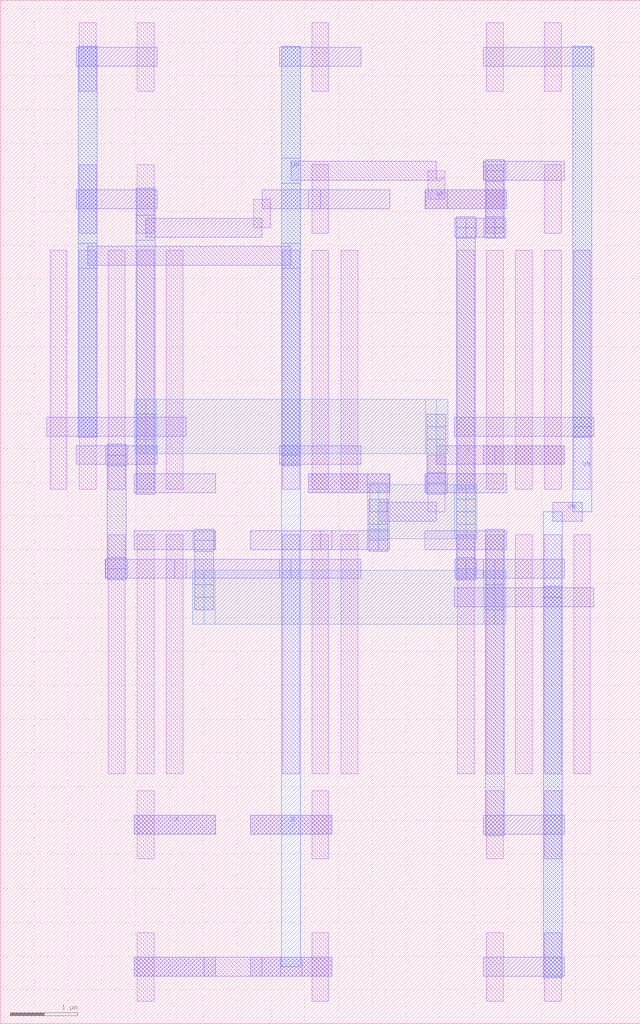
<source format=lef>
MACRO MY_OPAMP
  ORIGIN 0 0 ;
  FOREIGN MY_OPAMP 0 0 ;
  SIZE 9.46 BY 15.12 ;
  PIN Y
    DIRECTION INOUT ;
    USE SIGNAL ;
    PORT 
      LAYER M2 ;
        RECT 4.56 7.84 5.76 8.12 ;
      LAYER M2 ;
        RECT 7.14 8.26 8.34 8.54 ;
      LAYER M2 ;
        RECT 5.43 7.84 5.75 8.12 ;
      LAYER M1 ;
        RECT 5.465 7.56 5.715 7.98 ;
      LAYER M2 ;
        RECT 5.59 7.42 6.45 7.7 ;
      LAYER M1 ;
        RECT 6.325 7.56 6.575 8.4 ;
      LAYER M2 ;
        RECT 6.45 8.26 7.31 8.54 ;
    END
  END Y
  PIN VP
    DIRECTION INOUT ;
    USE SIGNAL ;
    PORT 
      LAYER M2 ;
        RECT 1.98 0.7 3.18 0.98 ;
      LAYER M2 ;
        RECT 3.7 0.7 4.9 0.98 ;
      LAYER M3 ;
        RECT 1.15 8.66 1.43 14.44 ;
      LAYER M3 ;
        RECT 4.16 8.24 4.44 14.44 ;
      LAYER M3 ;
        RECT 1.15 11.155 1.43 11.525 ;
      LAYER M2 ;
        RECT 1.29 11.2 4.3 11.48 ;
      LAYER M3 ;
        RECT 4.16 11.155 4.44 11.525 ;
      LAYER M2 ;
        RECT 6.28 12.04 7.48 12.32 ;
      LAYER M2 ;
        RECT 3.01 0.7 3.87 0.98 ;
      LAYER M2 ;
        RECT 4.14 0.7 4.46 0.98 ;
      LAYER M3 ;
        RECT 4.16 0.84 4.44 8.4 ;
      LAYER M3 ;
        RECT 4.16 12.415 4.44 12.785 ;
      LAYER M2 ;
        RECT 4.3 12.46 6.45 12.74 ;
      LAYER M1 ;
        RECT 6.325 12.18 6.575 12.6 ;
      LAYER M2 ;
        RECT 6.29 12.04 6.61 12.32 ;
    END
  END VP
  PIN VN
    DIRECTION INOUT ;
    USE SIGNAL ;
    PORT 
      LAYER M3 ;
        RECT 8.03 0.68 8.31 6.46 ;
      LAYER M3 ;
        RECT 8.46 8.66 8.74 14.44 ;
      LAYER M3 ;
        RECT 8.03 6.3 8.31 7.56 ;
      LAYER M2 ;
        RECT 8.17 7.42 8.6 7.7 ;
      LAYER M3 ;
        RECT 8.46 7.56 8.74 8.82 ;
    END
  END VN
  PIN A
    DIRECTION INOUT ;
    USE SIGNAL ;
    PORT 
      LAYER M2 ;
        RECT 1.98 2.8 3.18 3.08 ;
    END
  END A
  PIN B
    DIRECTION INOUT ;
    USE SIGNAL ;
    PORT 
      LAYER M2 ;
        RECT 3.7 2.8 4.9 3.08 ;
    END
  END B
  OBS 
  LAYER M3 ;
        RECT 2.01 7.82 2.29 12.34 ;
  LAYER M2 ;
        RECT 4.56 12.04 5.76 12.32 ;
  LAYER M3 ;
        RECT 2.01 11.575 2.29 11.945 ;
  LAYER M2 ;
        RECT 2.15 11.62 3.87 11.9 ;
  LAYER M1 ;
        RECT 3.745 11.76 3.995 12.18 ;
  LAYER M2 ;
        RECT 3.87 12.04 4.73 12.32 ;
  LAYER M2 ;
        RECT 6.28 7.84 7.48 8.12 ;
  LAYER M3 ;
        RECT 2.01 8.635 2.29 9.005 ;
  LAYER M4 ;
        RECT 2.15 8.42 6.45 9.22 ;
  LAYER M3 ;
        RECT 6.31 7.98 6.59 8.82 ;
  LAYER M2 ;
        RECT 6.29 7.84 6.61 8.12 ;
  LAYER M2 ;
        RECT 6.29 7.84 6.61 8.12 ;
  LAYER M3 ;
        RECT 6.31 7.82 6.59 8.14 ;
  LAYER M3 ;
        RECT 2.01 8.635 2.29 9.005 ;
  LAYER M4 ;
        RECT 1.985 8.42 2.315 9.22 ;
  LAYER M3 ;
        RECT 6.31 8.635 6.59 9.005 ;
  LAYER M4 ;
        RECT 6.285 8.42 6.615 9.22 ;
  LAYER M2 ;
        RECT 6.29 7.84 6.61 8.12 ;
  LAYER M3 ;
        RECT 6.31 7.82 6.59 8.14 ;
  LAYER M3 ;
        RECT 2.01 8.635 2.29 9.005 ;
  LAYER M4 ;
        RECT 1.985 8.42 2.315 9.22 ;
  LAYER M3 ;
        RECT 6.31 8.635 6.59 9.005 ;
  LAYER M4 ;
        RECT 6.285 8.42 6.615 9.22 ;
  LAYER M2 ;
        RECT 1.55 6.58 2.75 6.86 ;
  LAYER M2 ;
        RECT 1.12 8.26 2.32 8.54 ;
  LAYER M2 ;
        RECT 4.13 6.58 5.33 6.86 ;
  LAYER M2 ;
        RECT 1.56 6.58 1.88 6.86 ;
  LAYER M3 ;
        RECT 1.58 6.72 1.86 8.4 ;
  LAYER M2 ;
        RECT 1.56 8.26 1.88 8.54 ;
  LAYER M2 ;
        RECT 2.58 6.58 4.3 6.86 ;
  LAYER M2 ;
        RECT 1.56 6.58 1.88 6.86 ;
  LAYER M3 ;
        RECT 1.58 6.56 1.86 6.88 ;
  LAYER M2 ;
        RECT 1.56 8.26 1.88 8.54 ;
  LAYER M3 ;
        RECT 1.58 8.24 1.86 8.56 ;
  LAYER M2 ;
        RECT 1.56 6.58 1.88 6.86 ;
  LAYER M3 ;
        RECT 1.58 6.56 1.86 6.88 ;
  LAYER M2 ;
        RECT 1.56 8.26 1.88 8.54 ;
  LAYER M3 ;
        RECT 1.58 8.24 1.86 8.56 ;
  LAYER M2 ;
        RECT 1.56 6.58 1.88 6.86 ;
  LAYER M3 ;
        RECT 1.58 6.56 1.86 6.88 ;
  LAYER M2 ;
        RECT 1.56 8.26 1.88 8.54 ;
  LAYER M3 ;
        RECT 1.58 8.24 1.86 8.56 ;
  LAYER M2 ;
        RECT 1.56 6.58 1.88 6.86 ;
  LAYER M3 ;
        RECT 1.58 6.56 1.86 6.88 ;
  LAYER M2 ;
        RECT 1.56 8.26 1.88 8.54 ;
  LAYER M3 ;
        RECT 1.58 8.24 1.86 8.56 ;
  LAYER M2 ;
        RECT 1.98 7 3.18 7.28 ;
  LAYER M3 ;
        RECT 7.17 2.78 7.45 7.3 ;
  LAYER M2 ;
        RECT 2.85 7 3.17 7.28 ;
  LAYER M3 ;
        RECT 2.87 6.3 3.15 7.14 ;
  LAYER M4 ;
        RECT 3.01 5.9 7.31 6.7 ;
  LAYER M3 ;
        RECT 7.17 6.115 7.45 6.485 ;
  LAYER M2 ;
        RECT 2.85 7 3.17 7.28 ;
  LAYER M3 ;
        RECT 2.87 6.98 3.15 7.3 ;
  LAYER M3 ;
        RECT 2.87 6.115 3.15 6.485 ;
  LAYER M4 ;
        RECT 2.845 5.9 3.175 6.7 ;
  LAYER M3 ;
        RECT 7.17 6.115 7.45 6.485 ;
  LAYER M4 ;
        RECT 7.145 5.9 7.475 6.7 ;
  LAYER M2 ;
        RECT 2.85 7 3.17 7.28 ;
  LAYER M3 ;
        RECT 2.87 6.98 3.15 7.3 ;
  LAYER M3 ;
        RECT 2.87 6.115 3.15 6.485 ;
  LAYER M4 ;
        RECT 2.845 5.9 3.175 6.7 ;
  LAYER M3 ;
        RECT 7.17 6.115 7.45 6.485 ;
  LAYER M4 ;
        RECT 7.145 5.9 7.475 6.7 ;
  LAYER M2 ;
        RECT 3.7 7 4.9 7.28 ;
  LAYER M2 ;
        RECT 7.14 6.58 8.34 6.86 ;
  LAYER M2 ;
        RECT 7.14 12.46 8.34 12.74 ;
  LAYER M2 ;
        RECT 4.73 7 5.59 7.28 ;
  LAYER M3 ;
        RECT 5.45 7.14 5.73 7.56 ;
  LAYER M4 ;
        RECT 5.59 7.16 6.88 7.96 ;
  LAYER M3 ;
        RECT 6.74 6.72 7.02 7.56 ;
  LAYER M2 ;
        RECT 6.88 6.58 7.31 6.86 ;
  LAYER M3 ;
        RECT 6.74 7.56 7.02 11.76 ;
  LAYER M2 ;
        RECT 6.88 11.62 7.31 11.9 ;
  LAYER M3 ;
        RECT 7.17 11.76 7.45 12.6 ;
  LAYER M2 ;
        RECT 7.15 12.46 7.47 12.74 ;
  LAYER M2 ;
        RECT 5.43 7 5.75 7.28 ;
  LAYER M3 ;
        RECT 5.45 6.98 5.73 7.3 ;
  LAYER M2 ;
        RECT 6.72 6.58 7.04 6.86 ;
  LAYER M3 ;
        RECT 6.74 6.56 7.02 6.88 ;
  LAYER M3 ;
        RECT 5.45 7.375 5.73 7.745 ;
  LAYER M4 ;
        RECT 5.425 7.16 5.755 7.96 ;
  LAYER M3 ;
        RECT 6.74 7.375 7.02 7.745 ;
  LAYER M4 ;
        RECT 6.715 7.16 7.045 7.96 ;
  LAYER M2 ;
        RECT 5.43 7 5.75 7.28 ;
  LAYER M3 ;
        RECT 5.45 6.98 5.73 7.3 ;
  LAYER M2 ;
        RECT 6.72 6.58 7.04 6.86 ;
  LAYER M3 ;
        RECT 6.74 6.56 7.02 6.88 ;
  LAYER M3 ;
        RECT 5.45 7.375 5.73 7.745 ;
  LAYER M4 ;
        RECT 5.425 7.16 5.755 7.96 ;
  LAYER M3 ;
        RECT 6.74 7.375 7.02 7.745 ;
  LAYER M4 ;
        RECT 6.715 7.16 7.045 7.96 ;
  LAYER M2 ;
        RECT 5.43 7 5.75 7.28 ;
  LAYER M3 ;
        RECT 5.45 6.98 5.73 7.3 ;
  LAYER M2 ;
        RECT 6.72 6.58 7.04 6.86 ;
  LAYER M3 ;
        RECT 6.74 6.56 7.02 6.88 ;
  LAYER M2 ;
        RECT 6.72 11.62 7.04 11.9 ;
  LAYER M3 ;
        RECT 6.74 11.6 7.02 11.92 ;
  LAYER M2 ;
        RECT 7.15 11.62 7.47 11.9 ;
  LAYER M3 ;
        RECT 7.17 11.6 7.45 11.92 ;
  LAYER M2 ;
        RECT 7.15 12.46 7.47 12.74 ;
  LAYER M3 ;
        RECT 7.17 12.44 7.45 12.76 ;
  LAYER M3 ;
        RECT 5.45 7.375 5.73 7.745 ;
  LAYER M4 ;
        RECT 5.425 7.16 5.755 7.96 ;
  LAYER M3 ;
        RECT 6.74 7.375 7.02 7.745 ;
  LAYER M4 ;
        RECT 6.715 7.16 7.045 7.96 ;
  LAYER M2 ;
        RECT 5.43 7 5.75 7.28 ;
  LAYER M3 ;
        RECT 5.45 6.98 5.73 7.3 ;
  LAYER M2 ;
        RECT 6.72 6.58 7.04 6.86 ;
  LAYER M3 ;
        RECT 6.74 6.56 7.02 6.88 ;
  LAYER M2 ;
        RECT 6.72 11.62 7.04 11.9 ;
  LAYER M3 ;
        RECT 6.74 11.6 7.02 11.92 ;
  LAYER M2 ;
        RECT 7.15 11.62 7.47 11.9 ;
  LAYER M3 ;
        RECT 7.17 11.6 7.45 11.92 ;
  LAYER M2 ;
        RECT 7.15 12.46 7.47 12.74 ;
  LAYER M3 ;
        RECT 7.17 12.44 7.45 12.76 ;
  LAYER M3 ;
        RECT 5.45 7.375 5.73 7.745 ;
  LAYER M4 ;
        RECT 5.425 7.16 5.755 7.96 ;
  LAYER M3 ;
        RECT 6.74 7.375 7.02 7.745 ;
  LAYER M4 ;
        RECT 6.715 7.16 7.045 7.96 ;
  LAYER M1 ;
        RECT 2.025 7.895 2.275 11.425 ;
  LAYER M1 ;
        RECT 2.025 11.675 2.275 12.685 ;
  LAYER M1 ;
        RECT 2.025 13.775 2.275 14.785 ;
  LAYER M1 ;
        RECT 2.455 7.895 2.705 11.425 ;
  LAYER M1 ;
        RECT 1.595 7.895 1.845 11.425 ;
  LAYER M1 ;
        RECT 1.165 7.895 1.415 11.425 ;
  LAYER M1 ;
        RECT 1.165 11.675 1.415 12.685 ;
  LAYER M1 ;
        RECT 1.165 13.775 1.415 14.785 ;
  LAYER M1 ;
        RECT 0.735 7.895 0.985 11.425 ;
  LAYER M2 ;
        RECT 1.98 7.84 3.18 8.12 ;
  LAYER M2 ;
        RECT 1.12 12.04 2.32 12.32 ;
  LAYER M2 ;
        RECT 1.12 14.14 2.32 14.42 ;
  LAYER M2 ;
        RECT 0.69 8.68 2.75 8.96 ;
  LAYER M3 ;
        RECT 2.01 7.82 2.29 12.34 ;
  LAYER M2 ;
        RECT 1.12 8.26 2.32 8.54 ;
  LAYER M3 ;
        RECT 1.15 8.66 1.43 14.44 ;
  LAYER M1 ;
        RECT 4.605 7.895 4.855 11.425 ;
  LAYER M1 ;
        RECT 4.605 11.675 4.855 12.685 ;
  LAYER M1 ;
        RECT 4.605 13.775 4.855 14.785 ;
  LAYER M1 ;
        RECT 5.035 7.895 5.285 11.425 ;
  LAYER M1 ;
        RECT 4.175 7.895 4.425 11.425 ;
  LAYER M2 ;
        RECT 4.13 14.14 5.33 14.42 ;
  LAYER M2 ;
        RECT 4.13 8.26 5.33 8.54 ;
  LAYER M2 ;
        RECT 4.56 7.84 5.76 8.12 ;
  LAYER M2 ;
        RECT 4.56 12.04 5.76 12.32 ;
  LAYER M3 ;
        RECT 4.16 8.24 4.44 14.44 ;
  LAYER M1 ;
        RECT 7.185 3.695 7.435 7.225 ;
  LAYER M1 ;
        RECT 7.185 2.435 7.435 3.445 ;
  LAYER M1 ;
        RECT 7.185 0.335 7.435 1.345 ;
  LAYER M1 ;
        RECT 6.755 3.695 7.005 7.225 ;
  LAYER M1 ;
        RECT 7.615 3.695 7.865 7.225 ;
  LAYER M1 ;
        RECT 8.045 3.695 8.295 7.225 ;
  LAYER M1 ;
        RECT 8.045 2.435 8.295 3.445 ;
  LAYER M1 ;
        RECT 8.045 0.335 8.295 1.345 ;
  LAYER M1 ;
        RECT 8.475 3.695 8.725 7.225 ;
  LAYER M2 ;
        RECT 6.28 7 7.48 7.28 ;
  LAYER M2 ;
        RECT 7.14 2.8 8.34 3.08 ;
  LAYER M2 ;
        RECT 7.14 0.7 8.34 0.98 ;
  LAYER M2 ;
        RECT 6.71 6.16 8.77 6.44 ;
  LAYER M3 ;
        RECT 7.17 2.78 7.45 7.3 ;
  LAYER M2 ;
        RECT 7.14 6.58 8.34 6.86 ;
  LAYER M3 ;
        RECT 8.03 0.68 8.31 6.46 ;
  LAYER M1 ;
        RECT 7.185 7.895 7.435 11.425 ;
  LAYER M1 ;
        RECT 7.185 11.675 7.435 12.685 ;
  LAYER M1 ;
        RECT 7.185 13.775 7.435 14.785 ;
  LAYER M1 ;
        RECT 6.755 7.895 7.005 11.425 ;
  LAYER M1 ;
        RECT 7.615 7.895 7.865 11.425 ;
  LAYER M1 ;
        RECT 8.045 7.895 8.295 11.425 ;
  LAYER M1 ;
        RECT 8.045 11.675 8.295 12.685 ;
  LAYER M1 ;
        RECT 8.045 13.775 8.295 14.785 ;
  LAYER M1 ;
        RECT 8.475 7.895 8.725 11.425 ;
  LAYER M2 ;
        RECT 7.14 14.14 8.77 14.42 ;
  LAYER M2 ;
        RECT 6.71 8.68 8.77 8.96 ;
  LAYER M2 ;
        RECT 6.28 7.84 7.48 8.12 ;
  LAYER M2 ;
        RECT 7.14 8.26 8.34 8.54 ;
  LAYER M2 ;
        RECT 6.28 12.04 7.48 12.32 ;
  LAYER M2 ;
        RECT 7.14 12.46 8.34 12.74 ;
  LAYER M3 ;
        RECT 8.46 8.66 8.74 14.44 ;
  LAYER M1 ;
        RECT 2.025 3.695 2.275 7.225 ;
  LAYER M1 ;
        RECT 2.025 2.435 2.275 3.445 ;
  LAYER M1 ;
        RECT 2.025 0.335 2.275 1.345 ;
  LAYER M1 ;
        RECT 2.455 3.695 2.705 7.225 ;
  LAYER M1 ;
        RECT 1.595 3.695 1.845 7.225 ;
  LAYER M2 ;
        RECT 1.98 0.7 3.18 0.98 ;
  LAYER M2 ;
        RECT 1.98 7 3.18 7.28 ;
  LAYER M2 ;
        RECT 1.98 2.8 3.18 3.08 ;
  LAYER M2 ;
        RECT 1.55 6.58 2.75 6.86 ;
  LAYER M1 ;
        RECT 4.605 3.695 4.855 7.225 ;
  LAYER M1 ;
        RECT 4.605 2.435 4.855 3.445 ;
  LAYER M1 ;
        RECT 4.605 0.335 4.855 1.345 ;
  LAYER M1 ;
        RECT 4.175 3.695 4.425 7.225 ;
  LAYER M1 ;
        RECT 5.035 3.695 5.285 7.225 ;
  LAYER M2 ;
        RECT 3.7 0.7 4.9 0.98 ;
  LAYER M2 ;
        RECT 3.7 7 4.9 7.28 ;
  LAYER M2 ;
        RECT 3.7 2.8 4.9 3.08 ;
  LAYER M2 ;
        RECT 4.13 6.58 5.33 6.86 ;
  END 
END MY_OPAMP

</source>
